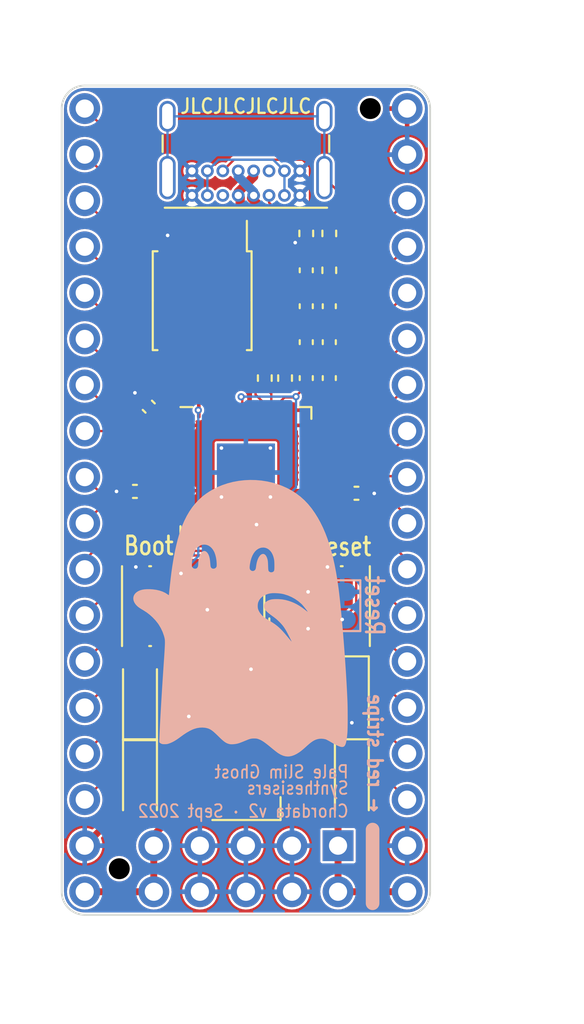
<source format=kicad_pcb>
(kicad_pcb (version 20211014) (generator pcbnew)
  (layers (0 "F.Cu" signal) (31 "B.Cu" signal) (34 "B.Paste" user) (35 "F.Paste" user) (36 "B.SilkS" user "B.Silkscreen") (37 "F.SilkS" user "F.Silkscreen") (38 "B.Mask" user) (39 "F.Mask" user) (44 "Edge.Cuts" user))
  (net 0 "")
  (net 1 "+1V1")
  (net 2 "GND")
  (net 3 "+3V3")
  (net 4 "+12V")
  (net 5 "-12V")
  (net 6 "/XIN")
  (net 7 "Net-(C19-Pad1)")
  (net 8 "Net-(J1-PadA5)")
  (net 9 "/USB_D-")
  (net 10 "/USB_D+")
  (net 12 "Net-(J1-PadB5)")
  (net 14 "Net-(J1-PadS1)")
  (net 15 "Net-(R3-Pad2)")
  (net 16 "Net-(R5-Pad2)")
  (net 17 "/QSPI_SS")
  (net 18 "Net-(R7-Pad2)")
  (net 19 "/RUN")
  (net 20 "/XOUT")
  (net 21 "/GPIO0")
  (net 22 "/GPIO1")
  (net 23 "/GPIO2")
  (net 24 "/GPIO3")
  (net 25 "/GPIO4")
  (net 26 "/GPIO5")
  (net 27 "/GPIO6")
  (net 28 "/GPIO7")
  (net 29 "/GPIO8")
  (net 30 "/GPIO9")
  (net 31 "/GPIO10")
  (net 32 "/GPIO11")
  (net 33 "/GPIO12")
  (net 34 "/GPIO13")
  (net 35 "/GPIO14")
  (net 36 "/GPIO15")
  (net 37 "/SWCLK")
  (net 38 "/SWD")
  (net 39 "/GPIO16")
  (net 40 "/GPIO17")
  (net 41 "/GPIO18")
  (net 42 "/GPIO19")
  (net 43 "/GPIO20")
  (net 44 "/GPIO21")
  (net 45 "/GPIO22")
  (net 46 "/GPIO23")
  (net 47 "/GPIO24")
  (net 48 "/GPIO25")
  (net 49 "/GPIO26_ADC0")
  (net 50 "/GPIO27_ADC1")
  (net 51 "/GPIO28_ADC2")
  (net 52 "/GPIO29_ADC3")
  (net 53 "/QSPI_SD3")
  (net 54 "/QSPI_SCLK")
  (net 55 "/QSPI_SD0")
  (net 56 "/QSPI_SD2")
  (net 57 "/QSPI_SD1")
  (net 58 "Net-(D3-Pad1)")
  (net 63 "unconnected-(J1-PadA4)")
  (footprint "Capacitor_SMD:C_0402_1005Metric" (layer "F.Cu") (at 104.9274 47.1678 90)
    (fp_text reference "C2")
    (fp_text value "100n")
  )
  (footprint "Capacitor_Tantalum_SMD:CP_EIA-3216-18_Kemet-A" (layer "F.Cu") (at 95.758 66.802 90)
    (fp_text reference "C10" hide)
    (fp_text value "10u tantalum")
  )
  (footprint "Capacitor_SMD:C_0805_2012Metric" (layer "F.Cu") (at 104.394 65.532 180)
    (fp_text reference "C14")
    (fp_text value "10u")
  )
  (footprint "Resistor_SMD:R_0402_1005Metric" (layer "F.Cu") (at 102.6414 49.149 -90)
    (fp_text reference "R5")
    (fp_text value "22")
  )
  (footprint "Capacitor_SMD:C_0402_1005Metric" (layer "F.Cu") (at 104.9274 49.149 90)
    (fp_text reference "C12")
    (fp_text value "1u")
  )
  (footprint "Capacitor_SMD:C_0402_1005Metric" (layer "F.Cu") (at 106.1974 47.1678 90)
    (fp_text reference "C5")
    (fp_text value "100n")
  )
  (footprint "Connector_PinHeader_2.54mm:PinHeader_1x18_P2.54mm_Vertical" (layer "F.Cu") (at 110.49 77.47 180)
    (fp_text reference "J4")
    (fp_text value "Conn_01x18")
  )
  (footprint "Capacitor_SMD:C_0402_1005Metric" (layer "F.Cu") (at 98.679 60.4774 -90)
    (fp_text reference "C18")
    (fp_text value "27p")
  )
  (footprint "Package_TO_SOT_SMD:SOT-223-3_TabPin2" (layer "F.Cu") (at 101.6 70.104)
    (fp_text reference "U1" hide)
    (fp_text value "AMS1117-3.3")
  )
  (footprint "Resistor_SMD:R_0402_1005Metric" (layer "F.Cu") (at 103.759 49.149 -90)
    (fp_text reference "R3")
    (fp_text value "22")
  )
  (footprint "Capacitor_SMD:C_0402_1005Metric" (layer "F.Cu") (at 96.2406 50.7238 135)
    (fp_text reference "C9")
    (fp_text value "100n")
  )
  (footprint "Resistor_SMD:R_0402_1005Metric" (layer "F.Cu") (at 104.9274 41.1734 -90)
    (fp_text reference "R2")
    (fp_text value "5k1")
  )
  (footprint "Package_DFN_QFN:QFN-56-1EP_7x7mm_P0.4mm_EP3.2x3.2mm_ThermalVias" (layer "F.Cu") (at 101.6 54.356)
    (fp_text reference "U2" hide)
    (fp_text value "RP2040")
  )
  (footprint "Pale Slim Ghost:SW_Push_1P1T_NO_CK_KMR2" (layer "F.Cu") (at 96.3168 61.722 -90)
    (fp_text reference "SW1" hide)
    (fp_text value "SW_Push")
  )
  (footprint "Capacitor_Tantalum_SMD:CP_EIA-3216-18_Kemet-A" (layer "F.Cu") (at 107.442 66.802 -90)
    (fp_text reference "C11" hide)
    (fp_text value "10u tantalum")
  )
  (footprint "Resistor_SMD:R_0402_1005Metric" (layer "F.Cu") (at 106.1974 43.2054 -90)
    (fp_text reference "R4")
    (fp_text value "1M")
  )
  (footprint "Capacitor_SMD:C_0402_1005Metric" (layer "F.Cu") (at 95.4786 55.3974 180)
    (fp_text reference "C3" hide)
    (fp_text value "100n")
  )
  (footprint "Capacitor_Tantalum_SMD:CP_EIA-3216-18_Kemet-A" (layer "F.Cu") (at 95.758 71.374 -90)
    (fp_text reference "C15" hide)
    (fp_text value "10u tantalum")
  )
  (footprint "Resistor_SMD:R_0402_1005Metric" (layer "F.Cu") (at 103.8098 63.9826)
    (fp_text reference "R8")
    (fp_text value "10k")
  )
  (footprint "Capacitor_SMD:C_0402_1005Metric" (layer "F.Cu") (at 106.1974 49.149 90)
    (fp_text reference "C13")
    (fp_text value "1u")
  )
  (footprint "Capacitor_SMD:C_0402_1005Metric" (layer "F.Cu") (at 104.4194 60.4774 -90)
    (fp_text reference "C1")
    (fp_text value "100n")
  )
  (footprint "Capacitor_SMD:C_0402_1005Metric" (layer "F.Cu") (at 104.4194 62.5094 -90)
    (fp_text reference "C4")
    (fp_text value "100n")
  )
  (footprint "Pale Slim Ghost:PinHeader_Shrouded_2x05_P2.54mm_Horizontal" (layer "F.Cu") (at 106.68 74.93 -90)
    (fp_text reference "J2")
    (fp_text value "Conn_02x05_Odd_Even")
  )
  (footprint "Capacitor_SMD:C_0402_1005Metric" (layer "F.Cu") (at 107.696 55.499)
    (fp_text reference "C8" hide)
    (fp_text value "100n")
  )
  (footprint "Capacitor_SMD:C_0402_1005Metric" (layer "F.Cu") (at 106.1974 45.1866 90)
    (fp_text reference "C6")
    (fp_text value "100n")
  )
  (footprint "Pale Slim Ghost:hole JLCPCB tooling" (layer "F.Cu") (at 108.458 34.29)
    (fp_text reference "H1" hide)
    (fp_text value "MountingHole")
  )
  (footprint "Resistor_SMD:R_0402_1005Metric" (layer "F.Cu") (at 98.679 62.5094 -90)
    (fp_text reference "R7")
    (fp_text value "1k")
  )
  (footprint "Crystal:Crystal_SMD_3225-4Pin_3.2x2.5mm" (layer "F.Cu") (at 100.965 61.849 90)
    (fp_text reference "Y1")
    (fp_text value "Crystal_GND24")
  )
  (footprint "Connector_PinHeader_2.54mm:PinHeader_1x18_P2.54mm_Vertical" (layer "F.Cu") (at 92.71 34.29)
    (fp_text reference "J3")
    (fp_text value "Conn_01x18")
  )
  (footprint "Resistor_SMD:R_0402_1005Metric" (layer "F.Cu") (at 103.251 60.4774 -90)
    (fp_text reference "R9")
    (fp_text value "1k")
  )
  (footprint "Package_SO:SOIC-8_5.23x5.23mm_P1.27mm" (layer "F.Cu") (at 99.187 44.8818 -90)
    (fp_text reference "U3")
    (fp_text value "W25Q128JVS")
  )
  (footprint "Connector_USB:USB_C_Receptacle_GCT_USB4085" (layer "F.Cu") (at 104.575 39.077 180)
    (fp_text reference "J1" hide)
    (fp_text value "USB_C_Receptacle_USB2.0")
  )
  (footprint "Capacitor_Tantalum_SMD:CP_EIA-3216-18_Kemet-A" (layer "F.Cu") (at 107.442 71.374 -90)
    (fp_text reference "C16" hide)
    (fp_text value "10u tantalum")
  )
  (footprint "Pale Slim Ghost:hole JLCPCB tooling" (layer "F.Cu") (at 94.615 76.2)
    (fp_text reference "H2" hide)
    (fp_text value "MountingHole")
  )
  (footprint "Pale Slim Ghost:SW_Push_1P1T_NO_CK_KMR2" (layer "F.Cu") (at 106.8832 61.722 -90)
    (fp_text reference "SW2" hide)
    (fp_text value "SW_Push")
  )
  (footprint "Resistor_SMD:R_0402_1005Metric" (layer "F.Cu") (at 101.3715 65.786 180)
    (fp_text reference "R10")
    (fp_text value "330")
  )
  (footprint "Capacitor_SMD:C_0402_1005Metric" (layer "F.Cu") (at 104.9274 43.2054 90)
    (fp_text reference "C17")
    (fp_text value "100n")
  )
  (footprint "Capacitor_SMD:C_0402_1005Metric" (layer "F.Cu") (at 104.9274 45.1866 90)
    (fp_text reference "C7")
    (fp_text value "100n")
  )
  (footprint "Resistor_SMD:R_0402_1005Metric" (layer "F.Cu") (at 106.1974 41.1734 -90)
    (fp_text reference "R1")
    (fp_text value "5k1")
  )
  (footprint "LED_SMD:LED_0603_1608Metric" (layer "F.Cu") (at 98.7045 65.786 180)
    (fp_text reference "D3" hide)
    (fp_text value "LED")
  )
  (footprint "Capacitor_SMD:C_0402_1005Metric" (layer "F.Cu") (at 103.251 62.5094 90)
    (fp_text reference "C19")
    (fp_text value "27p")
  )
  (footprint "Jumper:SolderJumper-2_P1.3mm_Open_Pad1.0x1.5mm" (layer "B.Cu") (at 106.9086 61.6966 -90)
    (fp_text reference "JP1" hide)
    (fp_text value "Jumper_2_Open")
  )
  (footprint "Pale Slim Ghost:logo 12mm" (layer "B.Cu") (at 101.219 62.484 180)
    (fp_text reference "G1" hide)
    (fp_text value "Artwork" hide)
  )
  (gr_line (start 108.585 74.041) (end 108.585 78.105) (layer "B.SilkS") (width 0.75))
  (gr_line (start 110.49 78.74) (end 92.71 78.74) (layer "Edge.Cuts") (width 0.1))
  (gr_line (start 91.44 77.47) (end 91.44 34.29) (layer "Edge.Cuts") (width 0.1))
  (gr_line (start 111.76 34.29) (end 111.76 77.47) (layer "Edge.Cuts") (width 0.1))
  (gr_arc (start 92.71 78.74) (mid 91.811974 78.368026) (end 91.44 77.47) (layer "Edge.Cuts") (width 0.1))
  (gr_arc (start 91.44 34.29) (mid 91.811974 33.391974) (end 92.71 33.02) (layer "Edge.Cuts") (width 0.1))
  (gr_line (start 92.71 33.02) (end 110.49 33.02) (layer "Edge.Cuts") (width 0.1))
  (gr_arc (start 110.49 33.02) (mid 111.388026 33.391974) (end 111.76 34.29) (layer "Edge.Cuts") (width 0.1))
  (gr_arc (start 111.76 77.47) (mid 111.388026 78.368026) (end 110.49 78.74) (layer "Edge.Cuts") (width 0.1))
  (gr_text "Synthesisers" (at 107.315 71.755) (layer "B.SilkS") (effects (font (size 0.7 0.6) (thickness 0.1)) (justify left mirror)))
  (gr_text "Reset" (at 108.6866 61.6966 270) (layer "B.SilkS") (effects (font (size 1 0.8)) (justify mirror)))
  (gr_text "Chordata v2 · Sept 2022" (at 107.315 73.025) (layer "B.SilkS") (effects (font (size 0.7 0.6) (thickness 0.1)) (justify left mirror)))
  (gr_text "← red stripe" (at 108.712 69.85 270) (layer "B.SilkS") (effects (font (size 0.8 0.7)) (justify mirror)))
  (gr_text "Pale Slim Ghost" (at 107.315 70.866) (layer "B.SilkS") (effects (font (size 0.7 0.6) (thickness 0.1)) (justify left mirror)))
  (gr_text "Reset" (at 106.8578 58.4454) (layer "F.SilkS") (effects (font (size 1 0.8))))
  (gr_text "JLCJLCJLCJLC" (at 101.6 34.163) (layer "F.SilkS") (effects (font (size 0.8 0.7) (thickness 0.13))))
  (gr_text "Boot" (at 96.2406 58.3946) (layer "F.SilkS") (effects (font (size 1 0.8))))
  (segment (start 104.9274 49.629) (end 104.4269 49.1285) (width 0.127) (layer "F.Cu") (net 1))
  (segment (start 101.4 50.24417) (end 101.337302 50.181472) (width 0.127) (layer "F.Cu") (net 1))
  (segment (start 102.2 57.242) (end 102.1842 57.2262) (width 0.127) (layer "F.Cu") (net 1))
  (segment (start 102.2 57.7935) (end 102.2 58.469388) (width 0.127) (layer "F.Cu") (net 1))
  (segment (start 103.4 50.9185) (end 103.4 50.540882) (width 0.127) (layer "F.Cu") (net 1))
  (segment (start 102.2 57.7935) (end 102.2 57.242) (width 0.127) (layer "F.Cu") (net 1))
  (segment (start 104.4269 49.1285) (end 104.4269 48.1483) (width 0.127) (layer "F.Cu") (net 1))
  (segment (start 101.4 50.9185) (end 101.4 50.24417) (width 0.127) (layer "F.Cu") (net 1))
  (segment (start 104.4269 48.1483) (end 104.9274 47.6478) (width 0.127) (layer "F.Cu") (net 1))
  (segment (start 102.2 58.469388) (end 102.823712 59.0931) (width 0.127) (layer "F.Cu") (net 1))
  (segment (start 104.2898 50.2158) (end 104.8766 49.629) (width 0.127) (layer "F.Cu") (net 1))
  (segment (start 103.725082 50.2158) (end 104.2898 50.2158) (width 0.127) (layer "F.Cu") (net 1))
  (segment (start 103.4 50.540882) (end 103.725082 50.2158) (width 0.127) (layer "F.Cu") (net 1))
  (segment (start 102.823712 59.0931) (end 103.695841 59.0931) (width 0.127) (layer "F.Cu") (net 1))
  (segment (start 103.695841 59.0931) (end 104.4194 59.816659) (width 0.127) (layer "F.Cu") (net 1))
  (segment (start 104.4194 59.816659) (end 104.4194 59.9974) (width 0.127) (layer "F.Cu") (net 1))
  (via (at 101.337302 50.181472) (size 0.4) (drill 0.2) (layers "F.Cu" "B.Cu") (net 1))
  (via (at 102.1842 57.2262) (size 0.4) (drill 0.2) (layers "F.Cu" "B.Cu") (net 1))
  (via (at 104.362124 50.171583) (size 0.4) (drill 0.2) (layers "F.Cu" "B.Cu") (net 1))
  (segment (start 101.337302 50.181472) (end 101.347191 50.171583) (width 0.127) (layer "B.Cu") (net 1))
  (segment (start 102.1842 57.2262) (end 102.3108 57.2262) (width 0.127) (layer "B.Cu") (net 1))
  (segment (start 101.347191 50.171583) (end 104.362124 50.171583) (width 0.127) (layer "B.Cu") (net 1))
  (segment (start 104.362124 55.174876) (end 104.362124 50.171583) (width 0.127) (layer "B.Cu") (net 1))
  (segment (start 102.3108 57.2262) (end 104.362124 55.174876) (width 0.127) (layer "B.Cu") (net 1))
  (segment (start 105.0062 60.9574) (end 105.029 60.9346) (width 0.254) (layer "F.Cu") (net 2))
  (segment (start 100.115 62.565271) (end 100.115 62.949) (width 0.254) (layer "F.Cu") (net 2))
  (segment (start 94.9986 55.3974) (end 94.4626 55.3974) (width 0.254) (layer "F.Cu") (net 2))
  (segment (start 104.9274 42.7254) (end 105.2074 42.7254) (width 0.381) (layer "F.Cu") (net 2))
  (segment (start 95.758 65.452) (end 98.11 67.804) (width 0.254) (layer "F.Cu") (net 2))
  (segment (start 100.6 57.7935) (end 100.6 56.056) (width 0.254) (layer "F.Cu") (net 2))
  (segment (start 100.115 62.449) (end 101.815 60.749) (width 0.254) (layer "F.Cu") (net 2))
  (segment (start 104.9274 41.6834) (end 104.9274 42.7254) (width 0.381) (layer "F.Cu") (net 2))
  (segment (start 105.2074 42.7254) (end 106.1974 43.7154) (width 0.381) (layer "F.Cu") (net 2))
  (segment (start 101.8815 65.786) (end 103.19 65.786) (width 0.254) (layer "F.Cu") (net 2))
  (segment (start 108.176 55.499) (end 108.668456 55.499) (width 0.254) (layer "F.Cu") (net 2))
  (segment (start 92.71 74.93) (end 94.916 72.724) (width 0.381) (layer "F.Cu") (net 2))
  (segment (start 104.2999 46.0603) (end 104.2999 45.3341) (width 0.381) (layer "F.Cu") (net 2))
  (segment (start 104.9274 46.6878) (end 106.1974 46.6878) (width 0.381) (layer "F.Cu") (net 2))
  (segment (start 106.1974 44.7066) (end 106.1974 43.7154) (width 0.381) (layer "F.Cu") (net 2))
  (segment (start 105.5699 47.3303) (end 104.9274 46.6878) (width 0.381) (layer "F.Cu") (net 2))
  (segment (start 106.0832 59.572) (end 106.0868 59.572) (width 0.381) (layer "F.Cu") (net 2))
  (segment (start 104.9274 41.6834) (end 104.3198 41.6834) (width 0.381) (layer "F.Cu") (net 2))
  (segment (start 104.2999 45.3341) (end 104.9274 44.7066) (width 0.381) (layer "F.Cu") (net 2))
  (segment (start 104.2999 43.3529) (end 104.9274 42.7254) (width 0.381) (layer "F.Cu") (net 2))
  (segment (start 104.2999 44.0791) (end 104.2999 43.3529) (width 0.381) (layer "F.Cu") (net 2))
  (segment (start 104.9274 48.669) (end 105.5699 48.0265) (width 0.381) (layer "F.Cu") (net 2))
  (segment (start 94.916 72.724) (end 95.758 72.724) (width 0.381) (layer "F.Cu") (net 2))
  (segment (start 105.5699 48.0265) (end 105.5699 47.3303) (width 0.381) (layer "F.Cu") (net 2))
  (segment (start 95.901189 50.384389) (end 95.4786 49.9618) (width 0.254) (layer "F.Cu") (net 2))
  (segment (start 104.4194 62.9894) (end 105.0062 62.9894) (width 0.254) (layer "F.Cu") (net 2))
  (segment (start 106.0868 59.572) (end 106.0958 59.563) (width 0.381) (layer "F.Cu") (net 2))
  (segment (start 104.9274 46.6878) (end 104.2999 46.0603) (width 0.381) (layer "F.Cu") (net 2))
  (segment (start 101.9706 60.749) (end 103.251 62.0294) (width 0.254) (layer "F.Cu") (net 2))
  (segment (start 100.6 56.056) (end 100.25 55.706) (width 0.254) (layer "F.Cu") (net 2))
  (segment (start 101.8815 65.2039) (end 101.8794 65.2018) (width 0.254) (layer "F.Cu") (net 2))
  (segment (start 104.3198 41.6834) (end 104.3178 41.6814) (width 0.381) (layer "F.Cu") (net 2))
  (segment (start 100.115 62.949) (end 100.115 62.449) (width 0.254) (layer "F.Cu") (net 2))
  (segment (start 95.5168 59.572) (end 95.5204 59.572) (width 0.381) (layer "F.Cu") (net 2))
  (segment (start 107.442 70.024) (end 107.442 68.152) (width 0.381) (layer "F.Cu") (net 2))
  (segment (start 104.9274 44.7066) (end 104.2999 44.0791) (width 0.381) (layer "F.Cu") (net 2))
  (segment (start 95.5204 59.572) (end 95.5294 59.563) (width 0.381) (layer "F.Cu") (net 2))
  (segment (start 101.8815 65.786) (end 101.8815 65.2039) (width 0.254) (layer "F.Cu") (net 2))
  (segment (start 101.815 60.749) (end 101.9706 60.749) (width 0.254) (layer "F.Cu") (net 2))
  (segment (start 103.19 65.786) (end 103.444 65.532) (width 0.254) (layer "F.Cu") (net 2))
  (segment (start 98.11 67.804) (end 98.45 67.804) (width 0.254) (layer "F.Cu") (net 2))
  (segment (start 104.4194 60.9574) (end 105.0062 60.9574) (width 0.254) (layer "F.Cu") (net 2))
  (segment (start 104.9274 48.669) (end 106.1974 48.669) (width 0.381) (layer "F.Cu") (net 2))
  (segment (start 108.668456 55.499) (end 108.677528 55.508072) (width 0.254) (layer "F.Cu") (net 2))
  (segment (start 105.0062 62.9894) (end 105.029 62.9666) (width 0.254) (layer "F.Cu") (net 2))
  (segment (start 98.679 60.9574) (end 98.679 61.129271) (width 0.254) (layer "F.Cu") (net 2))
  (segment (start 98.679 61.129271) (end 100.115 62.565271) (width 0.254) (layer "F.Cu") (net 2))
  (segment (start 104.9274 41.6834) (end 106.1974 41.6834) (width 0.381) (layer "F.Cu") (net 2))
  (via (at 97.282 41.2818) (size 0.4) (drill 0.2) (layers "F.Cu" "B.Cu") (net 2))
  (via (at 105.029 60.9346) (size 0.4) (drill 0.2) (layers "F.Cu" "B.Cu") (net 2))
  (via (at 94.4626 55.3974) (size 0.4) (drill 0.2) (layers "F.Cu" "B.Cu") (net 2))
  (via (at 108.677528 55.508072) (size 0.4) (drill 0.2) (layers "F.Cu" "B.Cu") (net 2))
  (via (at 98.45 67.804) (size 0.4) (drill 0.2) (layers "F.Cu" "B.Cu") (net 2))
  (via (at 107.442 68.152) (size 0.4) (drill 0.2) (layers "F.Cu" "B.Cu") (net 2))
  (via (at 101.8794 65.2018) (size 0.4) (drill 0.2) (layers "F.Cu" "B.Cu") (net 2))
  (via (at 106.0958 59.563) (size 0.4) (drill 0.2) (layers "F.Cu" "B.Cu") (net 2))
  (via (at 104.3178 41.6814) (size 0.4) (drill 0.2) (layers "F.Cu" "B.Cu") (net 2))
  (via (at 99.470664 61.920936) (size 0.4) (drill 0.2) (layers "F.Cu" "B.Cu") (net 2))
  (via (at 95.5294 59.563) (size 0.4) (drill 0.2) (layers "F.Cu" "B.Cu") (net 2))
  (via (at 105.029 62.9666) (size 0.4) (drill 0.2) (layers "F.Cu" "B.Cu") (net 2))
  (via (at 95.4786 49.9618) (size 0.4) (drill 0.2) (layers "F.Cu" "B.Cu") (net 2))
  (segment (start 98.1531 55.3466) (end 98.1625 55.356) (width 0.254) (layer "F.Cu") (net 3))
  (segment (start 97.2728 51.756) (end 98.1625 51.756) (width 0.254) (layer "F.Cu") (net 3))
  (segment (start 96.0094 55.3466) (end 98.1531 55.3466) (width 0.254) (layer "F.Cu") (net 3))
  (segment (start 101.8 49.1898) (end 101.092 48.4818) (width 0.254) (layer "F.Cu") (net 3))
  (segment (start 107.073 55.356) (end 107.216 55.499) (width 0.254) (layer "F.Cu") (net 3))
  (segment (start 96.580011 51.063211) (end 97.2728 51.756) (width 0.254) (layer "F.Cu") (net 3))
  (segment (start 101.8 50.9185) (end 102.2 50.9185) (width 0.254) (layer "F.Cu") (net 3))
  (segment (start 105.0375 55.356) (end 107.073 55.356) (width 0.254) (layer "F.Cu") (net 3))
  (segment (start 95.9586 55.3974) (end 96.0094 55.3466) (width 0.254) (layer "F.Cu") (net 3))
  (segment (start 101.8 50.9185) (end 101.8 49.1898) (width 0.254) (layer "F.Cu") (net 3))
  (segment (start 98.45 72.404) (end 98.392 72.404) (width 0.381) (layer "F.Cu") (net 4))
  (segment (start 96.52 77.47) (end 96.52 74.93) (width 0.381) (layer "F.Cu") (net 4))
  (segment (start 95.758 70.024) (end 95.758 68.152) (width 0.381) (layer "F.Cu") (net 4))
  (segment (start 92.71 77.47) (end 96.52 77.47) (width 0.381) (layer "F.Cu") (net 4))
  (segment (start 98.392 72.404) (end 96.012 70.024) (width 0.381) (layer "F.Cu") (net 4))
  (segment (start 96.52 74.93) (end 96.52 74.334) (width 0.381) (layer "F.Cu") (net 4))
  (segment (start 96.52 74.334) (end 98.45 72.404) (width 0.381) (layer "F.Cu") (net 4))
  (segment (start 96.012 70.024) (end 95.758 70.024) (width 0.381) (layer "F.Cu") (net 4))
  (segment (start 106.68 74.93) (end 106.68 77.47) (width 0.381) (layer "F.Cu") (net 5))
  (segment (start 106.68 74.93) (end 106.68 73.486) (width 0.381) (layer "F.Cu") (net 5))
  (segment (start 106.68 73.486) (end 107.442 72.724) (width 0.381) (layer "F.Cu") (net 5))
  (segment (start 110.49 77.47) (end 106.68 77.47) (width 0.381) (layer "F.Cu") (net 5))
  (segment (start 101 59.864) (end 101 57.7935) (width 0.127) (layer "F.Cu") (net 6))
  (segment (start 98.679 59.9974) (end 99.3634 59.9974) (width 0.127) (layer "F.Cu") (net 6))
  (segment (start 99.3634 59.9974) (end 100.115 60.749) (width 0.127) (layer "F.Cu") (net 6))
  (segment (start 100.115 60.749) (end 101 59.864) (width 0.127) (layer "F.Cu") (net 6))
  (segment (start 101.815 62.949) (end 103.2106 62.949) (width 0.127) (layer "F.Cu") (net 7))
  (segment (start 103.251 62.806798) (end 103.251 62.9894) (width 0.127) (layer "F.Cu") (net 7))
  (segment (start 103.7515 62.306298) (end 103.251 62.806798) (width 0.127) (layer "F.Cu") (net 7))
  (segment (start 103.7515 61.752502) (end 103.7515 62.306298) (width 0.127) (layer "F.Cu") (net 7))
  (segment (start 103.2106 62.949) (end 103.251 62.9894) (width 0.127) (layer "F.Cu") (net 7))
  (segment (start 103.251 61.252002) (end 103.7515 61.752502) (width 0.127) (layer "F.Cu") (net 7))
  (segment (start 103.251 60.9874) (end 103.251 61.252002) (width 0.127) (layer "F.Cu") (net 7))
  (segment (start 105.247227 41.1239) (end 105.707727 40.6634) (width 0.127) (layer "F.Cu") (net 8))
  (segment (start 102.875 39.077) (end 102.875 39.4753) (width 0.127) (layer "F.Cu") (net 8))
  (segment (start 104.5236 41.1239) (end 105.247227 41.1239) (width 0.127) (layer "F.Cu") (net 8))
  (segment (start 102.875 39.4753) (end 104.5236 41.1239) (width 0.127) (layer "F.Cu") (net 8))
  (segment (start 105.707727 40.6634) (end 106.1974 40.6634) (width 0.127) (layer "F.Cu") (net 8))
  (segment (start 102.8827 48.3977) (end 102.8827 41.101714) (width 0.508) (layer "F.Cu") (net 9))
  (segment (start 101.2825 39.1845) (end 101.175 39.077) (width 0.508) (layer "F.Cu") (net 9))
  (segment (start 101.2825 39.501514) (end 101.2825 39.1845) (width 0.508) (layer "F.Cu") (net 9))
  (segment (start 102.025 38.043209) (end 102.025 37.727) (width 0.508) (layer "F.Cu") (net 9))
  (segment (start 102.8827 41.101714) (end 101.2825 39.501514) (width 0.508) (layer "F.Cu") (net 9))
  (segment (start 102.6414 48.639) (end 102.8827 48.3977) (width 0.508) (layer "F.Cu") (net 9))
  (segment (start 101.175 39.077) (end 101.175 38.893209) (width 0.508) (layer "F.Cu") (net 9))
  (segment (start 101.175 38.893209) (end 102.025 38.043209) (width 0.508) (layer "F.Cu") (net 9))
  (segment (start 101.9175 39.1845) (end 102.025 39.077) (width 0.508) (layer "F.Cu") (net 10))
  (segment (start 103.5177 40.838686) (end 101.9175 39.238486) (width 0.508) (layer "F.Cu") (net 10))
  (segment (start 101.9175 39.238486) (end 101.9175 39.1845) (width 0.508) (layer "F.Cu") (net 10))
  (segment (start 103.759 48.639) (end 103.5177 48.3977) (width 0.508) (layer "F.Cu") (net 10))
  (segment (start 103.5177 48.3977) (end 103.5177 40.838686) (width 0.508) (layer "F.Cu") (net 10))
  (segment (start 101.175 38.0306) (end 102.025 38.8806) (width 0.508) (layer "B.Cu") (net 10))
  (segment (start 101.175 37.727) (end 101.175 38.0306) (width 0.508) (layer "B.Cu") (net 10))
  (segment (start 102.025 38.8806) (end 102.025 39.077) (width 0.508) (layer "B.Cu") (net 10))
  (segment (start 105.1306 37.5158) (end 105.1306 40.4094) (width 0.127) (layer "F.Cu") (net 12))
  (segment (start 105.1306 40.4094) (end 104.8766 40.6634) (width 0.127) (layer "F.Cu") (net 12))
  (segment (start 100.325 37.727) (end 100.9426 37.1094) (width 0.127) (layer "F.Cu") (net 12))
  (segment (start 100.9426 37.1094) (end 104.7242 37.1094) (width 0.127) (layer "F.Cu") (net 12))
  (segment (start 104.7242 37.1094) (end 105.1306 37.5158) (width 0.127) (layer "F.Cu") (net 12))
  (segment (start 106.1974 42.5938) (end 106.7079 42.0833) (width 0.127) (layer "F.Cu") (net 14))
  (segment (start 106.7079 42.0833) (end 106.7079 38.8799) (width 0.127) (layer "F.Cu") (net 14))
  (segment (start 106.7079 38.8799) (end 105.925 38.097) (width 0.127) (layer "F.Cu") (net 14))
  (segment (start 106.1974 42.6954) (end 106.1974 42.5938) (width 0.127) (layer "F.Cu") (net 14))
  (segment (start 97.275 34.717) (end 97.275 38.097) (width 0.127) (layer "B.Cu") (net 14))
  (segment (start 105.925 34.717) (end 97.275 34.717) (width 0.127) (layer "B.Cu") (net 14))
  (segment (start 105.925 38.097) (end 105.925 34.717) (width 0.127) (layer "B.Cu") (net 14))
  (segment (start 102.1309 50.0609) (end 102.1309 49.389173) (width 0.127) (layer "F.Cu") (net 15))
  (segment (start 103.249 49.149) (end 103.759 49.659) (width 0.127) (layer "F.Cu") (net 15))
  (segment (start 102.6 50.9185) (end 102.6 50.53) (width 0.127) (layer "F.Cu") (net 15))
  (segment (start 102.371073 49.149) (end 103.249 49.149) (width 0.127) (layer "F.Cu") (net 15))
  (segment (start 102.1309 49.389173) (end 102.371073 49.149) (width 0.127) (layer "F.Cu") (net 15))
  (segment (start 102.6 50.53) (end 102.1309 50.0609) (width 0.127) (layer "F.Cu") (net 15))
  (segment (start 103 50.0176) (end 102.6414 49.659) (width 0.127) (layer "F.Cu") (net 16))
  (segment (start 103 50.9185) (end 103 50.0176) (width 0.127) (layer "F.Cu") (net 16))
  (segment (start 99.8474 39.751) (end 96.79218 39.751) (width 0.127) (layer "F.Cu") (net 17))
  (segment (start 99 50.5445) (end 99 50.9185) (width 0.127) (layer "F.Cu") (net 17))
  (segment (start 96.1898 49.38956) (end 97.34474 50.5445) (width 0.127) (layer "F.Cu") (net 17))
  (segment (start 96.1898 40.35338) (end 96.1898 49.38956) (width 0.127) (layer "F.Cu") (net 17))
  (segment (start 101.092 41.2818) (end 101.092 40.9956) (width 0.127) (layer "F.Cu") (net 17))
  (segment (start 96.79218 39.751) (end 96.1898 40.35338) (width 0.127) (layer "F.Cu") (net 17))
  (segment (start 98.0186 59.9186) (end 98.0186 61.339) (width 0.127) (layer "F.Cu") (net 17))
  (segment (start 97.34474 50.5445) (end 99 50.5445) (width 0.127) (layer "F.Cu") (net 17))
  (segment (start 101.092 40.9956) (end 99.8474 39.751) (width 0.127) (layer "F.Cu") (net 17))
  (segment (start 98.0186 61.339) (end 98.679 61.9994) (width 0.127) (layer "F.Cu") (net 17))
  (via (at 98.9735 50.9185) (size 0.4) (drill 0.2) (layers "F.Cu" "B.Cu") (net 17))
  (via (at 98.0186 59.9186) (size 0.4) (drill 0.2) (layers "F.Cu" "B.Cu") (net 17))
  (segment (start 98.0186 59.9186) (end 98.9735 58.9637) (width 0.127) (layer "B.Cu") (net 17))
  (segment (start 98.9735 58.9637) (end 98.9735 50.9185) (width 0.127) (layer "B.Cu") (net 17))
  (segment (start 97.1168 59.572) (end 97.1168 61.4572) (width 0.127) (layer "F.Cu") (net 18))
  (segment (start 97.1168 61.4572) (end 98.679 63.0194) (width 0.127) (layer "F.Cu") (net 18))
  (segment (start 103.9622 58.801) (end 103.4 58.2388) (width 0.127) (layer "F.Cu") (net 19))
  (segment (start 104.5982 63.9826) (end 106.1222 62.4586) (width 0.127) (layer "F.Cu") (net 19))
  (segment (start 106.9122 58.801) (end 103.9622 58.801) (width 0.127) (layer "F.Cu") (net 19))
  (segment (start 104.3198 63.9826) (end 104.5982 63.9826) (width 0.127) (layer "F.Cu") (net 19))
  (segment (start 107.6832 59.572) (end 106.9122 58.801) (width 0.127) (layer "F.Cu") (net 19))
  (segment (start 107.6832 61.684) (end 106.9086 62.4586) (width 0.127) (layer "F.Cu") (net 19))
  (segment (start 103.4 58.2388) (end 103.4 57.7935) (width 0.127) (layer "F.Cu") (net 19))
  (segment (start 106.1222 62.4586) (end 106.9086 62.4586) (width 0.127) (layer "F.Cu") (net 19))
  (segment (start 107.6832 59.572) (end 107.6832 61.684) (width 0.127) (layer "F.Cu") (net 19))
  (via (at 106.9086 62.4586) (size 0.4) (drill 0.2) (layers "F.Cu" "B.Cu") (net 19))
  (segment (start 101.4 57.7935) (end 101.4 58.567412) (width 0.127) (layer "F.Cu") (net 20))
  (segment (start 102.799988 59.9674) (end 103.251 59.9674) (width 0.127) (layer "F.Cu") (net 20))
  (segment (start 101.4 58.567412) (end 102.799988 59.9674) (width 0.127) (layer "F.Cu") (net 20))
  (segment (start 98.1625 52.156) (end 96.472544 52.156) (width 0.127) (layer "F.Cu") (net 21))
  (segment (start 95.0214 50.704856) (end 95.0214 36.6014) (width 0.127) (layer "F.Cu") (net 21))
  (segment (start 96.472544 52.156) (end 95.0214 50.704856) (width 0.127) (layer "F.Cu") (net 21))
  (segment (start 95.0214 36.6014) (end 92.71 34.29) (width 0.127) (layer "F.Cu") (net 21))
  (segment (start 92.71 36.83) (end 94.7674 38.8874) (width 0.127) (layer "F.Cu") (net 22))
  (segment (start 94.7674 38.8874) (end 94.7674 50.810066) (width 0.127) (layer "F.Cu") (net 22))
  (segment (start 94.7674 50.810066) (end 96.513334 52.556) (width 0.127) (layer "F.Cu") (net 22))
  (segment (start 96.513334 52.556) (end 98.1625 52.556) (width 0.127) (layer "F.Cu") (net 22))
  (segment (start 98.1625 52.956) (end 96.554124 52.956) (width 0.127) (layer "F.Cu") (net 23))
  (segment (start 96.554124 52.956) (end 94.5134 50.915276) (width 0.127) (layer "F.Cu") (net 23))
  (segment (start 94.5134 41.1734) (end 92.71 39.37) (width 0.127) (layer "F.Cu") (net 23))
  (segment (start 94.5134 50.915276) (end 94.5134 41.1734) (width 0.127) (layer "F.Cu") (net 23))
  (segment (start 96.663 53.356) (end 98.1625 53.356) (width 0.127) (layer "F.Cu") (net 24))
  (segment (start 96.663 53.356) (end 96.594914 53.356) (width 0.127) (layer "F.Cu") (net 24))
  (segment (start 94.2594 51.019808) (end 94.615 51.375408) (width 0.127) (layer "F.Cu") (net 24))
  (segment (start 94.2594 43.4594) (end 94.2594 51.019808) (width 0.127) (layer "F.Cu") (net 24))
  (segment (start 96.594914 53.356) (end 94.580957 51.342043) (width 0.127) (layer "F.Cu") (net 24))
  (segment (start 92.71 41.91) (end 94.2594 43.4594) (width 0.127) (layer "F.Cu") (net 24))
  (segment (start 94.0054 51.124338) (end 94.0054 45.7454) (width 0.127) (layer "F.Cu") (net 25))
  (segment (start 94.326957 51.447253) (end 94.326957 51.445895) (width 0.127) (layer "F.Cu") (net 25))
  (segment (start 94.326957 51.445895) (end 94.0054 51.124338) (width 0.127) (layer "F.Cu") (net 25))
  (segment (start 94.0054 45.7454) (end 92.71 44.45) (width 0.127) (layer "F.Cu") (net 25))
  (segment (start 98.1625 53.756) (end 96.635704 53.756) (width 0.127) (layer "F.Cu") (net 25))
  (segment (start 96.635704 53.756) (end 94.326957 51.447253) (width 0.127) (layer "F.Cu") (net 25))
  (segment (start 93.7514 48.0314) (end 92.71 46.99) (width 0.127) (layer "F.Cu") (net 26))
  (segment (start 94.072957 51.552463) (end 94.072957 51.550426) (width 0.127) (layer "F.Cu") (net 26))
  (segment (start 94.072957 51.550426) (end 93.7514 51.228869) (width 0.127) (layer "F.Cu") (net 26))
  (segment (start 98.1625 54.156) (end 96.676494 54.156) (width 0.127) (layer "F.Cu") (net 26))
  (segment (start 96.676494 54.156) (end 94.072957 51.552463) (width 0.127) (layer "F.Cu") (net 26))
  (segment (start 93.7514 51.228869) (end 93.7514 48.0314) (width 0.127) (layer "F.Cu") (net 26))
  (segment (start 93.4974 50.3174) (end 92.71 49.53) (width 0.127) (layer "F.Cu") (net 27))
  (segment (start 96.717284 54.556) (end 93.4974 51.336116) (width 0.127) (layer "F.Cu") (net 27))
  (segment (start 98.1625 54.556) (end 96.717284 54.556) (width 0.127) (layer "F.Cu") (net 27))
  (segment (start 93.4974 51.336116) (end 93.4974 50.3174) (width 0.127) (layer "F.Cu") (net 27))
  (segment (start 93.872074 52.07) (end 92.71 52.07) (width 0.127) (layer "F.Cu") (net 28))
  (segment (start 96.758074 54.956) (end 93.872074 52.07) (width 0.127) (layer "F.Cu") (net 28))
  (segment (start 98.1625 54.956) (end 96.758074 54.956) (width 0.127) (layer "F.Cu") (net 28))
  (segment (start 97.638882 55.902) (end 94.002 55.902) (width 0.127) (layer "F.Cu") (net 29))
  (segment (start 97.784882 55.756) (end 97.638882 55.902) (width 0.127) (layer "F.Cu") (net 29))
  (segment (start 94.002 55.902) (end 92.71 54.61) (width 0.127) (layer "F.Cu") (net 29))
  (segment (start 98.1625 55.756) (end 97.784882 55.756) (width 0.127) (layer "F.Cu") (net 29))
  (segment (start 98.1625 56.156) (end 93.704 56.156) (width 0.127) (layer "F.Cu") (net 30))
  (segment (start 93.704 56.156) (end 92.71 57.15) (width 0.127) (layer "F.Cu") (net 30))
  (segment (start 97.784882 56.556) (end 97.055382 57.2855) (width 0.127) (layer "F.Cu") (net 31))
  (segment (start 92.71 59.182) (end 92.71 59.69) (width 0.127) (layer "F.Cu") (net 31))
  (segment (start 98.1625 56.556) (end 97.784882 56.556) (width 0.127) (layer "F.Cu") (net 31))
  (segment (start 94.6065 57.2855) (end 92.71 59.182) (width 0.127) (layer "F.Cu") (net 31))
  (segment (start 97.055382 57.2855) (end 94.6065 57.2855) (width 0.127) (layer "F.Cu") (net 31))
  (segment (start 93.7514 61.1886) (end 92.71 62.23) (width 0.127) (layer "F.Cu") (net 32))
  (segment (start 98.1625 56.956) (end 97.784882 56.956) (width 0.127) (layer "F.Cu") (net 32))
  (segment (start 97.784882 56.956) (end 97.201382 57.5395) (width 0.127) (layer "F.Cu") (net 32))
  (segment (start 97.201382 57.5395) (end 94.71171 57.5395) (width 0.127) (layer "F.Cu") (net 32))
  (segment (start 93.7514 58.49981) (end 93.7514 61.1886) (width 0.127) (layer "F.Cu") (net 32))
  (segment (start 94.71171 57.5395) (end 93.7514 58.49981) (width 0.127) (layer "F.Cu") (net 32))
  (segment (start 94.0054 63.4746) (end 92.71 64.77) (width 0.127) (layer "F.Cu") (net 33))
  (segment (start 99 57.7935) (end 94.81692 57.7935) (width 0.127) (layer "F.Cu") (net 33))
  (segment (start 94.81692 57.7935) (end 94.0054 58.60502) (width 0.127) (layer "F.Cu") (net 33))
  (segment (start 94.0054 58.60502) (end 94.0054 63.4746) (width 0.127) (layer "F.Cu") (net 33))
  (segment (start 98.7095 58.280618) (end 98.7095 58.2727) (width 0.127) (layer "F.Cu") (net 34))
  (segment (start 98.850382 58.4215) (end 98.7095 58.280618) (width 0.127) (layer "F.Cu") (net 34))
  (segment (start 98.7095 58.2727) (end 98.4843 58.0475) (width 0.127) (layer "F.Cu") (net 34))
  (segment (start 94.92213 58.0475) (end 94.2594 58.71023) (width 0.127) (layer "F.Cu") (net 34))
  (segment (start 99.4 57.7935) (end 99.4 58.171118) (width 0.127) (layer "F.Cu") (net 34))
  (segment (start 99.4 58.171118) (end 99.149618 58.4215) (width 0.127) (layer "F.Cu") (net 34))
  (segment (start 94.2594 58.71023) (end 94.2594 65.7606) (width 0.127) (layer "F.Cu") (net 34))
  (segment (start 98.4843 58.0475) (end 94.92213 58.0475) (width 0.127) (layer "F.Cu") (net 34))
  (segment (start 94.2594 65.7606) (end 92.71 67.31) (width 0.127) (layer "F.Cu") (net 34))
  (segment (start 99.149618 58.4215) (end 98.850382 58.4215) (width 0.127) (layer "F.Cu") (net 34))
  (segment (start 98.4555 58.37791) (end 98.37909 58.3015) (width 0.127) (layer "F.Cu") (net 35))
  (segment (start 94.5134 58.81544) (end 94.5134 68.0466) (width 0.127) (layer "F.Cu") (net 35))
  (segment (start 95.02734 58.3015) (end 94.5134 58.81544) (width 0.127) (layer "F.Cu") (net 35))
  (segment (start 98.745172 58.6755) (end 98.4555 58.385828) (width 0.127) (layer "F.Cu") (net 35))
  (segment (start 99.295618 58.6755) (end 98.745172 58.6755) (width 0.127) (layer "F.Cu") (net 35))
  (segment (start 98.4555 58.385828) (end 98.4555 58.37791) (width 0.127) (layer "F.Cu") (net 35))
  (segment (start 94.5134 68.0466) (end 92.71 69.85) (width 0.127) (layer "F.Cu") (net 35))
  (segment (start 99.8 57.7935) (end 99.8 58.171118) (width 0.127) (layer "F.Cu") (net 35))
  (segment (start 98.37909 58.3015) (end 95.02734 58.3015) (width 0.127) (layer "F.Cu") (net 35))
  (segment (start 99.8 58.171118) (end 99.295618 58.6755) (width 0.127) (layer "F.Cu") (net 35))
  (segment (start 92.71 72.39) (end 94.7674 70.3326) (width 0.127) (layer "F.Cu") (net 36))
  (segment (start 100.2 58.1944) (end 100.2 57.7935) (width 0.127) (layer "F.Cu") (net 36))
  (segment (start 98.265962 58.5555) (end 98.639962 58.9295) (width 0.127) (layer "F.Cu") (net 36))
  (segment (start 95.2023 58.5555) (end 98.265962 58.5555) (width 0.127) (layer "F.Cu") (net 36))
  (segment (start 98.639962 58.9295) (end 99.4649 58.9295) (width 0.127) (layer "F.Cu") (net 36))
  (segment (start 94.7674 70.3326) (end 94.7674 58.9904) (width 0.127) (layer "F.Cu") (net 36))
  (segment (start 94.7674 58.9904) (end 95.2023 58.5555) (width 0.127) (layer "F.Cu") (net 36))
  (segment (start 99.4649 58.9295) (end 100.2 58.1944) (width 0.127) (layer "F.Cu") (net 36))
  (segment (start 104.14 58.547) (end 108.05895 58.547) (width 0.127) (layer "F.Cu") (net 39))
  (segment (start 103.8 58.207) (end 104.14 58.547) (width 0.127) (layer "F.Cu") (net 39))
  (segment (start 108.05895 58.547) (end 108.4326 58.92065) (width 0.127) (layer "F.Cu") (net 39))
  (segment (start 108.4326 70.3326) (end 110.49 72.39) (width 0.127) (layer "F.Cu") (net 39))
  (segment (start 103.8 57.7935) (end 103.8 58.207) (width 0.127) (layer "F.Cu") (net 39))
  (segment (start 108.4326 58.92065) (end 108.4326 70.3326) (width 0.127) (layer "F.Cu") (net 39))
  (segment (start 108.6866 58.81544) (end 108.6866 68.0466) (width 0.127) (layer "F.Cu") (net 40))
  (segment (start 108.6866 68.0466) (end 110.49 69.85) (width 0.127) (layer "F.Cu") (net 40))
  (segment (start 104.3178 58.293) (end 108.16416 58.293) (width 0.127) (layer "F.Cu") (net 40))
  (segment (start 108.16416 58.293) (end 108.6866 58.81544) (width 0.127) (layer "F.Cu") (net 40))
  (segment (start 104.2 58.1752) (end 104.3178 58.293) (width 0.127) (layer "F.Cu") (net 40))
  (segment (start 104.2 57.7935) (end 104.2 58.1752) (width 0.127) (layer "F.Cu") (net 40))
  (segment (start 105.415118 56.956) (end 106.498118 58.039) (width 0.127) (layer "F.Cu") (net 41))
  (segment (start 106.498118 58.039) (end 108.26937 58.039) (width 0.127) (layer "F.Cu") (net 41))
  (segment (start 108.9406 58.71023) (end 108.9406 65.7606) (width 0.127) (layer "F.Cu") (net 41))
  (segment (start 105.0375 56.956) (end 105.415118 56.956) (width 0.127) (layer "F.Cu") (net 41))
  (segment (start 108.9406 65.7606) (end 110.49 67.31) (width 0.127) (layer "F.Cu") (net 41))
  (segment (start 108.26937 58.039) (end 108.9406 58.71023) (width 0.127) (layer "F.Cu") (net 41))
  (segment (start 108.37458 57.785) (end 109.1946 58.60502) (width 0.127) (layer "F.Cu") (net 42))
  (segment (start 109.1946 58.60502) (end 109.1946 63.4746) (width 0.127) (layer "F.Cu") (net 42))
  (segment (start 105.0375 56.556) (end 105.415118 56.556) (width 0.127) (layer "F.Cu") (net 42))
  (segment (start 106.644118 57.785) (end 108.37458 57.785) (width 0.127) (layer "F.Cu") (net 42))
  (segment (start 105.415118 56.556) (end 106.644118 57.785) (width 0.127) (layer "F.Cu") (net 42))
  (segment (start 109.1946 63.4746) (end 110.49 64.77) (width 0.127) (layer "F.Cu") (net 42))
  (segment (start 109.4486 61.1886) (end 110.49 62.23) (width 0.127) (layer "F.Cu") (net 43))
  (segment (start 108.47979 57.531) (end 109.4486 58.49981) (width 0.127) (layer "F.Cu") (net 43))
  (segment (start 106.790118 57.531) (end 108.47979 57.531) (width 0.127) (layer "F.Cu") (net 43))
  (segment (start 105.415118 56.156) (end 106.790118 57.531) (width 0.127) (layer "F.Cu") (net 43))
  (segment (start 105.0375 56.156) (end 105.415118 56.156) (width 0.127) (layer "F.Cu") (net 43))
  (segment (start 109.4486 58.49981) (end 109.4486 61.1886) (width 0.127) (layer "F.Cu") (net 43))
  (segment (start 108.585 57.277) (end 110.49 59.182) (width 0.127) (layer "F.Cu") (net 44))
  (segment (start 106.936118 57.277) (end 108.585 57.277) (width 0.127) (layer "F.Cu") (net 44))
  (segment (start 105.0375 55.756) (end 105.415118 55.756) (width 0.127) (layer "F.Cu") (net 44))
  (segment (start 105.415118 55.756) (end 106.936118 57.277) (width 0.127) (layer "F.Cu") (net 44))
  (segment (start 110.49 59.182) (end 110.49 59.69) (width 0.127) (layer "F.Cu") (net 44))
  (segment (start 108.531 54.81) (end 110.49 56.769) (width 0.127) (layer "F.Cu") (net 45))
  (segment (start 105.561118 54.81) (end 108.531 54.81) (width 0.127) (layer "F.Cu") (net 45))
  (segment (start 110.49 56.769) (end 110.49 57.15) (width 0.127) (layer "F.Cu") (net 45))
  (segment (start 105.0375 54.956) (end 105.415118 54.956) (width 0.127) (layer "F.Cu") (net 45))
  (segment (start 105.415118 54.956) (end 105.561118 54.81) (width 0.127) (layer "F.Cu") (net 45))
  (segment (start 110.436 54.556) (end 110.49 54.61) (width 0.127) (layer "F.Cu") (net 46))
  (segment (start 105.0375 54.556) (end 110.436 54.556) (width 0.127) (layer "F.Cu") (net 46))
  (segment (start 105.0375 54.156) (end 105.415118 54.156) (width 0.127) (layer "F.Cu") (net 47))
  (segment (start 105.561118 54.302) (end 108.512 54.302) (width 0.127) (layer "F.Cu") (net 47))
  (segment (start 110.49 52.324) (end 110.49 52.07) (width 0.127) (layer "F.Cu") (net 47))
  (segment (start 105.415118 54.156) (end 105.561118 54.302) (width 0.127) (layer "F.Cu") (net 47))
  (segment (start 108.512 54.302) (end 110.49 52.324) (width 0.127) (layer "F.Cu") (net 47))
  (segment (start 105.0375 53.756) (end 106.346064 53.756) (width 0.127) (layer "F.Cu") (net 48))
  (segment (start 110.49 49.612064) (end 110.49 49.53) (width 0.127) (layer "F.Cu") (net 48))
  (segment (start 106.346064 53.756) (end 106.403532 53.698532) (width 0.127) (layer "F.Cu") (net 48))
  (segment (start 106.403532 53.698532) (end 110.49 49.612064) (width 0.127) (layer "F.Cu") (net 48))
  (segment (start 110.49 47.094531) (end 109.449989 48.134542) (width 0.127) (layer "F.Cu") (net 49))
  (segment (start 109.449989 50.293543) (end 106.414766 53.328766) (width 0.127) (layer "F.Cu") (net 49))
  (segment (start 105.0375 53.356) (end 106.387532 53.356) (width 0.127) (layer "F.Cu") (net 49))
  (segment (start 110.49 46.99) (end 110.49 47.094531) (width 0.127) (layer "F.Cu") (net 49))
  (segment (start 106.387532 53.356) (end 106.414766 53.328766) (width 0.127) (layer "F.Cu") (net 49))
  (segment (start 109.449989 48.134542) (end 109.449989 50.293543) (width 0.127) (layer "F.Cu") (net 49))
  (segment (start 106.429 52.956) (end 109.196469 50.188531) (width 0.127) (layer "F.Cu") (net 50))
  (segment (start 109.196469 50.188531) (end 109.196469 45.743531) (width 0.127) (layer "F.Cu") (net 50))
  (segment (start 109.196469 45.743531) (end 110.49 44.45) (width 0.127) (layer "F.Cu") (net 50))
  (segment (start 105.0375 52.956) (end 106.429 52.956) (width 0.127) (layer "F.Cu") (net 50))
  (segment (start 108.942949 50.083519) (end 106.448468 52.578) (width 0.127) (layer "F.Cu") (net 51))
  (segment (start 106.448468 52.578) (end 105.0595 52.578) (width 0.127) (layer "F.Cu") (net 51))
  (segment (start 105.0595 52.578) (end 105.0375 52.556) (width 0.127) (layer "F.Cu") (net 51))
  (segment (start 108.942949 43.457051) (end 108.942949 50.083519) (width 0.127) (layer "F.Cu") (net 51))
  (segment (start 110.49 41.91) (end 108.942949 43.457051) (width 0.127) (layer "F.Cu") (net 51))
  (segment (start 105.0375 52.156) (end 106.511936 52.156) (width 0.127) (layer "F.Cu") (net 52))
  (segment (start 108.689429 41.170571) (end 108.689429 49.978507) (width 0.127) (layer "F.Cu") (net 52))
  (segment (start 108.689429 49.978507) (end 106.511968 52.155968) (width 0.127) (layer "F.Cu") (net 52))
  (segment (start 110.49 39.37) (end 108.689429 41.170571) (width 0.127) (layer "F.Cu") (net 52))
  (segment (start 106.511936 52.156) (end 106.511968 52.155968) (width 0.127) (layer "F.Cu") (net 52))
  (segment (start 99.822 48.4818) (end 99.822 49.2252) (width 0.127) (layer "F.Cu") (net 53))
  (segment (start 101 50.4032) (end 101 50.9185) (width 0.127) (layer "F.Cu") (net 53))
  (segment (start 99.822 49.2252) (end 101 50.4032) (width 0.127) (layer "F.Cu") (net 53))
  (segment (start 100.6 50.4096) (end 100.6 50.9185) (width 0.127) (layer "F.Cu") (net 54))
  (segment (start 98.7537 49.5285) (end 99.7189 49.5285) (width 0.127) (layer "F.Cu") (net 54))
  (segment (start 98.552 48.4818) (end 98.552 49.3268) (width 0.127) (layer "F.Cu") (net 54))
  (segment (start 98.552 49.3268) (end 98.7537 49.5285) (width 0.127) (layer "F.Cu") (net 54))
  (segment (start 99.7189 49.5285) (end 100.6 50.4096) (width 0.127) (layer "F.Cu") (net 54))
  (segment (start 97.282 48.4818) (end 97.282 49.40413) (width 0.127) (layer "F.Cu") (net 55))
  (segment (start 97.282 49.40413) (end 97.66037 49.7825) (width 0.127) (layer "F.Cu") (net 55))
  (segment (start 100.2 50.46319) (end 100.2 50.9185) (width 0.127) (layer "F.Cu") (net 55))
  (segment (start 99.51931 49.7825) (end 100.2 50.46319) (width 0.127) (layer "F.Cu") (net 55))
  (segment (start 97.66037 49.7825) (end 99.51931 49.7825) (width 0.127) (layer "F.Cu") (net 55))
  (segment (start 97.8985 40.2913) (end 96.9703 40.2913) (width 0.127) (layer "F.Cu") (net 56))
  (segment (start 97.55516 50.0365) (end 99.4141 50.0365) (width 0.127) (layer "F.Cu") (net 56))
  (segment (start 96.9703 40.2913) (end 96.6978 40.5638) (width 0.127) (layer "F.Cu") (net 56))
  (segment (start 99.4141 50.0365) (end 99.8 50.4224) (width 0.127) (layer "F.Cu") (net 56))
  (segment (start 98.552 40.9448) (end 97.8985 40.2913) (width 0.127) (layer "F.Cu") (net 56))
  (segment (start 96.6978 40.5638) (end 96.6978 49.17914) (width 0.127) (layer "F.Cu") (net 56))
  (segment (start 99.8 50.4224) (end 99.8 50.9185) (width 0.127) (layer "F.Cu") (net 56))
  (segment (start 98.552 41.2818) (end 98.552 40.9448) (width 0.127) (layer "F.Cu") (net 56))
  (segment (start 96.6978 49.17914) (end 97.55516 50.0365) (width 0.127) (layer "F.Cu") (net 56))
  (segment (start 99.822 40.9448) (end 99.822 41.2818) (width 0.127) (layer "F.Cu") (net 57))
  (segment (start 99.2617 50.2905) (end 97.44995 50.2905) (width 0.127) (layer "F.Cu") (net 57))
  (segment (start 99.4 50.4288) (end 99.2617 50.2905) (width 0.127) (layer "F.Cu") (net 57))
  (segment (start 99.4 50.9185) (end 99.4 50.4288) (width 0.127) (layer "F.Cu") (net 57))
  (segment (start 96.89739 40.005) (end 98.8822 40.005) (width 0.127) (layer "F.Cu") (net 57))
  (segment (start 96.4438 49.28435) (end 96.4438 40.45859) (width 0.127) (layer "F.Cu") (net 57))
  (segment (start 98.8822 40.005) (end 99.822 40.9448) (width 0.127) (layer "F.Cu") (net 57))
  (segment (start 96.4438 40.45859) (end 96.89739 40.005) (width 0.127) (layer "F.Cu") (net 57))
  (segment (start 97.44995 50.2905) (end 96.4438 49.28435) (width 0.127) (layer "F.Cu") (net 57))
  (segment (start 99.492 65.786) (end 100.8615 65.786) (width 0.127) (layer "F.Cu") (net 58))
  (segment (start 103.1074 37.1094) (end 103.725 37.727) (width 0.127) (layer "B.Cu") (net 63))
  (segment (start 100.0926 37.1094) (end 103.1074 37.1094) (width 0.127) (layer "B.Cu") (net 63))
  (segment (start 103.725 39.077) (end 103.725 37.727) (width 0.127) (layer "B.Cu") (net 63))
  (segment (start 99.475 37.727) (end 100.0926 37.1094) (width 0.127) (layer "B.Cu") (net 63))
  (segment (start 99.475 37.727) (end 99.475 39.077) (width 0.127) (layer "B.Cu") (net 63))
  (zone (net 3) (net_name "+3V3") (layer "F.Cu") (connect_pads (clearance 0.127)) (min_thickness 0.127) (fill yes (thermal_gap 0.254) (thermal_bridge_width 0.254) (smoothing fillet) (radius 1) (island_removal_mode 2) (island_area_min 10))
    (polygon (pts (xy 111.76 78.74) (xy 91.44 78.74) (xy 91.44 33.02) (xy 111.76 33.02)))
  )
  (zone (net 2) (net_name "GND") (layer "B.Cu") (connect_pads (clearance 0.127)) (min_thickness 0.127) (fill yes (thermal_gap 0.254) (thermal_bridge_width 0.254) (island_removal_mode 2) (island_area_min 10))
    (polygon (pts (xy 111.76 78.74) (xy 91.44 78.74) (xy 91.44 33.02) (xy 111.76 33.02)))
  )
)
</source>
